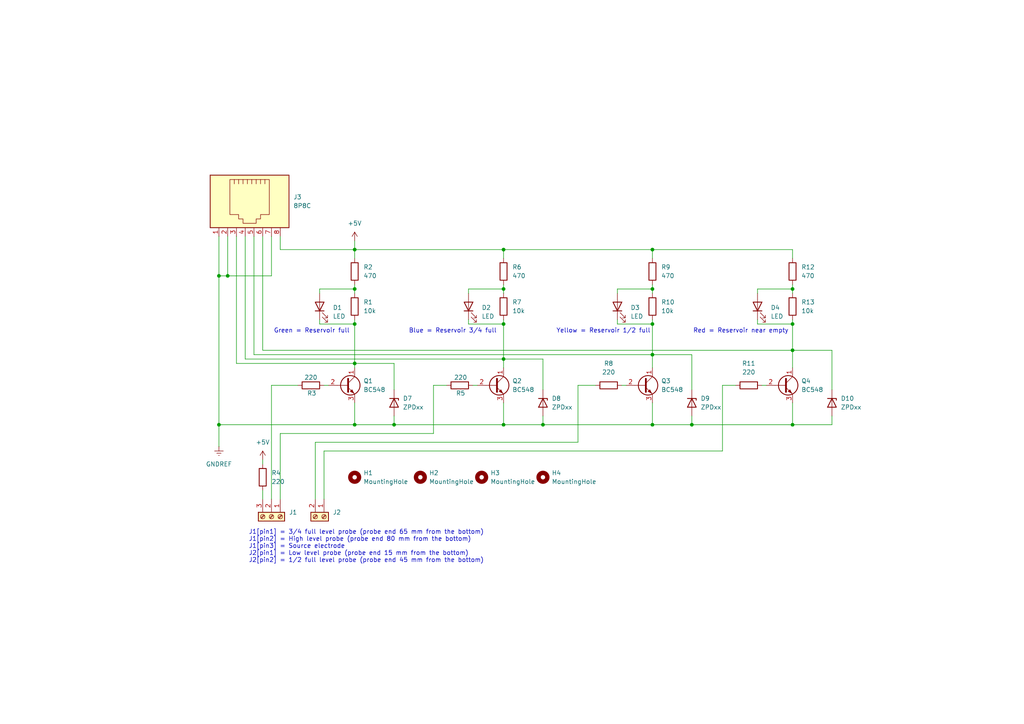
<source format=kicad_sch>
(kicad_sch (version 20250114) (generator "eeschema") (generator_version "9.0")
  (paper "A4")
  (title_block (title "Water Level Indicator with 3.3V interface.") (date "2025-06-13") (rev "1.0"))
  (lib_symbols
    (symbol "Connector:8P8C" (pin_names (offset 1.016))
      (property "Reference" "J" (at -5.08 13.97 0))
      (property "Value" "8P8C" (at 2.54 13.97 0))
      (symbol "8P8C_0_1"
        (polyline (pts (xy -6.35 1.905) (xy -5.08 1.905) (xy -5.08 1.905)))
        (polyline (pts (xy -6.35 0.635) (xy -5.08 0.635) (xy -5.08 0.635)))
        (polyline (pts (xy -6.35 -0.635) (xy -5.08 -0.635) (xy -5.08 -0.635)))
        (polyline (pts (xy -6.35 -1.905) (xy -5.08 -1.905) (xy -5.08 -1.905)))
        (polyline (pts (xy -6.35 -3.175) (xy -5.08 -3.175) (xy -5.08 -3.175)))
        (polyline (pts (xy -6.35 -4.445) (xy -6.35 6.985) (xy 3.81 6.985) (xy 3.81 4.445) (xy 5.08 4.445) (xy 5.08 3.175) (xy 6.35 3.175) (xy 6.35 -0.635) (xy 5.08 -0.635) (xy 5.08 -1.905) (xy 3.81 -1.905) (xy 3.81 -4.445) (xy -6.35 -4.445) (xy -6.35 -4.445)))
        (polyline (pts (xy -5.08 5.715) (xy -6.35 5.715)))
        (polyline (pts (xy -5.08 4.445) (xy -6.35 4.445)))
        (polyline (pts (xy -5.08 3.175) (xy -6.35 3.175) (xy -6.35 3.175)))
        (rectangle (start 7.62 12.7) (end -7.62 -10.16) (stroke (width 0.254)) (fill (type background)))
      )
      (symbol "8P8C_1_1"
        (pin passive line (at 10.16 10.16 180) (length 2.54) (name "~") (number "8"))
        (pin passive line (at 10.16 7.62 180) (length 2.54) (name "~") (number "7"))
        (pin passive line (at 10.16 5.08 180) (length 2.54) (name "~") (number "6"))
        (pin passive line (at 10.16 2.54 180) (length 2.54) (name "~") (number "5"))
        (pin passive line (at 10.16 0 180) (length 2.54) (name "~") (number "4"))
        (pin passive line (at 10.16 -2.54 180) (length 2.54) (name "~") (number "3"))
        (pin passive line (at 10.16 -5.08 180) (length 2.54) (name "~") (number "2"))
        (pin passive line (at 10.16 -7.62 180) (length 2.54) (name "~") (number "1"))
      )
    )
    (symbol "Connector:Screw_Terminal_01x02" (pin_names (offset 1.016) (hide yes))
      (property "Reference" "J" (at 0 2.54 0))
      (property "Value" "Screw_Terminal_01x02" (at 0 -5.08 0))
      (symbol "Screw_Terminal_01x02_1_1"
        (rectangle (start -1.27 1.27) (end 1.27 -3.81) (stroke (width 0.254)) (fill (type background)))
        (polyline (pts (xy -0.5334 0.3302) (xy 0.3302 -0.508)) (stroke (width 0.1524)))
        (polyline (pts (xy -0.5334 -2.2098) (xy 0.3302 -3.048)) (stroke (width 0.1524)))
        (polyline (pts (xy -0.3556 0.508) (xy 0.508 -0.3302)) (stroke (width 0.1524)))
        (polyline (pts (xy -0.3556 -2.032) (xy 0.508 -2.8702)) (stroke (width 0.1524)))
        (circle (center 0 0) (radius 0.635) (stroke (width 0.1524)))
        (circle (center 0 -2.54) (radius 0.635) (stroke (width 0.1524)))
        (pin passive line (at -5.08 0 0) (length 3.81) (name "Pin_1") (number "1"))
        (pin passive line (at -5.08 -2.54 0) (length 3.81) (name "Pin_2") (number "2"))
      )
    )
    (symbol "Connector:Screw_Terminal_01x03" (pin_names (offset 1.016) (hide yes))
      (property "Reference" "J" (at 0 5.08 0))
      (property "Value" "Screw_Terminal_01x03" (at 0 -5.08 0))
      (symbol "Screw_Terminal_01x03_1_1"
        (rectangle (start -1.27 3.81) (end 1.27 -3.81) (stroke (width 0.254)) (fill (type background)))
        (polyline (pts (xy -0.5334 2.8702) (xy 0.3302 2.032)) (stroke (width 0.1524)))
        (polyline (pts (xy -0.5334 0.3302) (xy 0.3302 -0.508)) (stroke (width 0.1524)))
        (polyline (pts (xy -0.5334 -2.2098) (xy 0.3302 -3.048)) (stroke (width 0.1524)))
        (polyline (pts (xy -0.3556 3.048) (xy 0.508 2.2098)) (stroke (width 0.1524)))
        (polyline (pts (xy -0.3556 0.508) (xy 0.508 -0.3302)) (stroke (width 0.1524)))
        (polyline (pts (xy -0.3556 -2.032) (xy 0.508 -2.8702)) (stroke (width 0.1524)))
        (circle (center 0 2.54) (radius 0.635) (stroke (width 0.1524)))
        (circle (center 0 0) (radius 0.635) (stroke (width 0.1524)))
        (circle (center 0 -2.54) (radius 0.635) (stroke (width 0.1524)))
        (pin passive line (at -5.08 2.54 0) (length 3.81) (name "Pin_1") (number "1"))
        (pin passive line (at -5.08 0 0) (length 3.81) (name "Pin_2") (number "2"))
        (pin passive line (at -5.08 -2.54 0) (length 3.81) (name "Pin_3") (number "3"))
      )
    )
    (symbol "Device:LED" (pin_numbers (hide yes)) (pin_names (offset 1.016) (hide yes))
      (property "Reference" "D" (at 0 2.54 0))
      (property "Value" "LED" (at 0 -2.54 0))
      (symbol "LED_0_1"
        (polyline (pts (xy -3.048 -0.762) (xy -4.572 -2.286) (xy -3.81 -2.286) (xy -4.572 -2.286) (xy -4.572 -1.524)))
        (polyline (pts (xy -1.778 -0.762) (xy -3.302 -2.286) (xy -2.54 -2.286) (xy -3.302 -2.286) (xy -3.302 -1.524)))
        (polyline (pts (xy -1.27 0) (xy 1.27 0)))
        (polyline (pts (xy -1.27 -1.27) (xy -1.27 1.27)) (stroke (width 0.254)))
        (polyline (pts (xy 1.27 -1.27) (xy 1.27 1.27) (xy -1.27 0) (xy 1.27 -1.27)) (stroke (width 0.254)))
      )
      (symbol "LED_1_1"
        (pin passive line (at -3.81 0 0) (length 2.54) (name "K") (number "1"))
        (pin passive line (at 3.81 0 180) (length 2.54) (name "A") (number "2"))
      )
    )
    (symbol "Device:R" (pin_numbers (hide yes)) (pin_names (offset 0))
      (property "Reference" "R" (at 2.032 0 90))
      (property "Value" "R" (at 0 0 90))
      (symbol "R_0_1"
        (rectangle (start -1.016 -2.54) (end 1.016 2.54) (stroke (width 0.254)))
      )
      (symbol "R_1_1"
        (pin passive line (at 0 3.81 270) (length 1.27) (name "~") (number "1"))
        (pin passive line (at 0 -3.81 90) (length 1.27) (name "~") (number "2"))
      )
    )
    (symbol "Diode:ZPDxx" (pin_numbers (hide yes)) (pin_names (hide yes))
      (property "Reference" "D" (at 0 2.54 0))
      (property "Value" "ZPDxx" (at 0 -2.54 0))
      (symbol "ZPDxx_0_1"
        (polyline (pts (xy -1.27 -1.27) (xy -1.27 1.27) (xy -0.762 1.27)) (stroke (width 0.254)))
        (polyline (pts (xy 1.27 0) (xy -1.27 0)))
        (polyline (pts (xy 1.27 -1.27) (xy 1.27 1.27) (xy -1.27 0) (xy 1.27 -1.27)) (stroke (width 0.254)))
      )
      (symbol "ZPDxx_1_1"
        (pin passive line (at -3.81 0 0) (length 2.54) (name "K") (number "1"))
        (pin passive line (at 3.81 0 180) (length 2.54) (name "A") (number "2"))
      )
    )
    (symbol "Mechanical:MountingHole" (pin_names (offset 1.016)) (in_bom no)
      (property "Reference" "H" (at 0 5.08 0))
      (property "Value" "MountingHole" (at 0 3.175 0))
      (symbol "MountingHole_0_1"
        (circle (center 0 0) (radius 1.27) (stroke (width 1.27)))
      )
    )
    (symbol "Transistor_BJT:BC548" (pin_names (offset 0) (hide yes))
      (property "Reference" "Q" (at 5.08 1.905 0))
      (property "Value" "BC548" (at 5.08 0 0))
      (symbol "BC548_0_1"
        (polyline (pts (xy -2.54 0) (xy 0.635 0)))
        (polyline (pts (xy 0.635 1.905) (xy 0.635 -1.905)) (stroke (width 0.508)))
        (circle (center 1.27 0) (radius 2.8194) (stroke (width 0.254)))
      )
      (symbol "BC548_1_1"
        (polyline (pts (xy 0.635 0.635) (xy 2.54 2.54)))
        (polyline (pts (xy 0.635 -0.635) (xy 2.54 -2.54)))
        (polyline (pts (xy 1.27 -1.778) (xy 1.778 -1.27) (xy 2.286 -2.286) (xy 1.27 -1.778)) (fill (type outline)))
        (pin input line (at -5.08 0 0) (length 2.54) (name "B") (number "2"))
        (pin passive line (at 2.54 5.08 270) (length 2.54) (name "C") (number "1"))
        (pin passive line (at 2.54 -5.08 90) (length 2.54) (name "E") (number "3"))
      )
    )
    (symbol "power:+5V" (power) (pin_numbers (hide yes)) (pin_names (offset 0) (hide yes))
      (property "Value" "+5V" (at 0 3.556 0))
      (symbol "+5V_0_1"
        (polyline (pts (xy -0.762 1.27) (xy 0 2.54)))
        (polyline (pts (xy 0 2.54) (xy 0.762 1.27)))
        (polyline (pts (xy 0 0) (xy 0 2.54)))
      )
      (symbol "+5V_1_1"
        (pin power_in line (at 0 0 90) (length 0) (name "~") (number "1"))
      )
    )
    (symbol "power:GNDREF" (power) (pin_numbers (hide yes)) (pin_names (offset 0) (hide yes))
      (property "Value" "GNDREF" (at 0 -3.81 0))
      (symbol "GNDREF_0_1"
        (polyline (pts (xy -0.635 -1.905) (xy 0.635 -1.905)))
        (polyline (pts (xy -0.127 -2.54) (xy 0.127 -2.54)))
        (polyline (pts (xy 0 -1.27) (xy 0 0)))
        (polyline (pts (xy 1.27 -1.27) (xy -1.27 -1.27)))
      )
      (symbol "GNDREF_1_1"
        (pin power_in line (at 0 0 270) (length 0) (name "~") (number "1"))
      )
    )
  )
  (text "Blue = Reservoir 3/4 full" (at 131.318 96.012 0) (effects (font (size 1.27 1.27))))
  (text "Green = Reservoir full" (at 90.424 96.012 0) (effects (font (size 1.27 1.27))))
  (text "Yellow = Reservoir 1/2 full" (at 175.006 96.012 0) (effects (font (size 1.27 1.27))))
  (text "J1[pin1] = 3/4 full level probe (probe end 65 mm from the bottom)\nJ1[pin2] = High level probe (probe end 80 mm from the bottom)\nJ1[pin3] = Source electrode\nJ2[pin1] = Low level probe (probe end 15 mm from the bottom) \nJ2[pin2] = 1/2 full level probe (probe end 45 mm from the bottom)" (at 72.136 158.496 0) (effects (font (size 1.27 1.27)) (justify left)))
  (text "Red = Reservoir near empty" (at 214.884 96.012 0) (effects (font (size 1.27 1.27))))
  (junction (at 63.5 123.19))
  (junction (at 189.23 83.82))
  (junction (at 146.05 83.82))
  (junction (at 102.87 105.41))
  (junction (at 229.87 83.82))
  (junction (at 146.05 104.14))
  (junction (at 189.23 102.87))
  (junction (at 102.87 93.98))
  (junction (at 66.04 80.01))
  (junction (at 189.23 72.39))
  (junction (at 102.87 83.82))
  (junction (at 189.23 93.98))
  (junction (at 146.05 123.19))
  (junction (at 157.48 123.19))
  (junction (at 229.87 93.98))
  (junction (at 229.87 123.19))
  (junction (at 102.87 72.39))
  (junction (at 114.3 123.19))
  (junction (at 146.05 93.98))
  (junction (at 229.87 101.6))
  (junction (at 189.23 123.19))
  (junction (at 63.5 80.01))
  (junction (at 102.87 123.19))
  (junction (at 200.66 123.19))
  (junction (at 146.05 72.39))
  (wire (pts (xy 200.66 123.19) (xy 229.87 123.19)))
  (wire (pts (xy 209.55 111.76) (xy 209.55 130.81)))
  (wire (pts (xy 66.04 68.58) (xy 66.04 80.01)))
  (wire (pts (xy 219.71 83.82) (xy 229.87 83.82)))
  (wire (pts (xy 76.2 144.78) (xy 76.2 142.24)))
  (wire (pts (xy 114.3 123.19) (xy 146.05 123.19)))
  (wire (pts (xy 229.87 83.82) (xy 229.87 85.09)))
  (wire (pts (xy 179.07 93.98) (xy 189.23 93.98)))
  (wire (pts (xy 135.89 83.82) (xy 135.89 85.09)))
  (wire (pts (xy 229.87 74.93) (xy 229.87 72.39)))
  (wire (pts (xy 229.87 72.39) (xy 189.23 72.39)))
  (wire (pts (xy 179.07 92.71) (xy 179.07 93.98)))
  (wire (pts (xy 102.87 105.41) (xy 102.87 106.68)))
  (wire (pts (xy 146.05 116.84) (xy 146.05 123.19)))
  (wire (pts (xy 125.73 111.76) (xy 125.73 125.73)))
  (wire (pts (xy 78.74 68.58) (xy 78.74 80.01)))
  (wire (pts (xy 241.3 120.65) (xy 241.3 123.19)))
  (wire (pts (xy 91.44 128.27) (xy 91.44 144.78)))
  (wire (pts (xy 63.5 123.19) (xy 63.5 129.54)))
  (wire (pts (xy 66.04 80.01) (xy 63.5 80.01)))
  (wire (pts (xy 200.66 113.03) (xy 200.66 102.87)))
  (wire (pts (xy 219.71 85.09) (xy 219.71 83.82)))
  (wire (pts (xy 81.28 125.73) (xy 81.28 144.78)))
  (wire (pts (xy 63.5 123.19) (xy 102.87 123.19)))
  (wire (pts (xy 78.74 144.78) (xy 78.74 111.76)))
  (wire (pts (xy 229.87 116.84) (xy 229.87 123.19)))
  (wire (pts (xy 146.05 92.71) (xy 146.05 93.98)))
  (wire (pts (xy 213.36 111.76) (xy 209.55 111.76)))
  (wire (pts (xy 241.3 123.19) (xy 229.87 123.19)))
  (wire (pts (xy 92.71 83.82) (xy 102.87 83.82)))
  (wire (pts (xy 229.87 101.6) (xy 229.87 106.68)))
  (wire (pts (xy 93.98 130.81) (xy 93.98 144.78)))
  (wire (pts (xy 114.3 113.03) (xy 114.3 105.41)))
  (wire (pts (xy 146.05 93.98) (xy 146.05 104.14)))
  (wire (pts (xy 102.87 123.19) (xy 114.3 123.19)))
  (wire (pts (xy 189.23 116.84) (xy 189.23 123.19)))
  (wire (pts (xy 68.58 105.41) (xy 102.87 105.41)))
  (wire (pts (xy 219.71 92.71) (xy 219.71 93.98)))
  (wire (pts (xy 189.23 82.55) (xy 189.23 83.82)))
  (wire (pts (xy 137.16 111.76) (xy 138.43 111.76)))
  (wire (pts (xy 167.64 128.27) (xy 91.44 128.27)))
  (wire (pts (xy 63.5 80.01) (xy 63.5 123.19)))
  (wire (pts (xy 179.07 83.82) (xy 179.07 85.09)))
  (wire (pts (xy 179.07 83.82) (xy 189.23 83.82)))
  (wire (pts (xy 180.34 111.76) (xy 181.61 111.76)))
  (wire (pts (xy 229.87 82.55) (xy 229.87 83.82)))
  (wire (pts (xy 102.87 92.71) (xy 102.87 93.98)))
  (wire (pts (xy 102.87 83.82) (xy 102.87 85.09)))
  (wire (pts (xy 189.23 93.98) (xy 189.23 102.87)))
  (wire (pts (xy 146.05 82.55) (xy 146.05 83.82)))
  (wire (pts (xy 241.3 101.6) (xy 229.87 101.6)))
  (wire (pts (xy 76.2 101.6) (xy 229.87 101.6)))
  (wire (pts (xy 114.3 120.65) (xy 114.3 123.19)))
  (wire (pts (xy 189.23 123.19) (xy 200.66 123.19)))
  (wire (pts (xy 157.48 123.19) (xy 189.23 123.19)))
  (wire (pts (xy 229.87 93.98) (xy 229.87 101.6)))
  (wire (pts (xy 229.87 92.71) (xy 229.87 93.98)))
  (wire (pts (xy 81.28 72.39) (xy 102.87 72.39)))
  (wire (pts (xy 219.71 93.98) (xy 229.87 93.98)))
  (wire (pts (xy 114.3 105.41) (xy 102.87 105.41)))
  (wire (pts (xy 71.12 68.58) (xy 71.12 104.14)))
  (wire (pts (xy 125.73 111.76) (xy 129.54 111.76)))
  (wire (pts (xy 146.05 123.19) (xy 157.48 123.19)))
  (wire (pts (xy 102.87 69.85) (xy 102.87 72.39)))
  (wire (pts (xy 146.05 83.82) (xy 146.05 85.09)))
  (wire (pts (xy 167.64 111.76) (xy 167.64 128.27)))
  (wire (pts (xy 241.3 113.03) (xy 241.3 101.6)))
  (wire (pts (xy 135.89 92.71) (xy 135.89 93.98)))
  (wire (pts (xy 146.05 74.93) (xy 146.05 72.39)))
  (wire (pts (xy 200.66 102.87) (xy 189.23 102.87)))
  (wire (pts (xy 102.87 72.39) (xy 102.87 74.93)))
  (wire (pts (xy 157.48 104.14) (xy 146.05 104.14)))
  (wire (pts (xy 63.5 68.58) (xy 63.5 80.01)))
  (wire (pts (xy 73.66 102.87) (xy 189.23 102.87)))
  (wire (pts (xy 189.23 72.39) (xy 146.05 72.39)))
  (wire (pts (xy 189.23 83.82) (xy 189.23 85.09)))
  (wire (pts (xy 135.89 93.98) (xy 146.05 93.98)))
  (wire (pts (xy 167.64 111.76) (xy 172.72 111.76)))
  (wire (pts (xy 92.71 92.71) (xy 92.71 93.98)))
  (wire (pts (xy 135.89 83.82) (xy 146.05 83.82)))
  (wire (pts (xy 157.48 113.03) (xy 157.48 104.14)))
  (wire (pts (xy 93.98 111.76) (xy 95.25 111.76)))
  (wire (pts (xy 76.2 68.58) (xy 76.2 101.6)))
  (wire (pts (xy 146.05 72.39) (xy 102.87 72.39)))
  (wire (pts (xy 220.98 111.76) (xy 222.25 111.76)))
  (wire (pts (xy 157.48 120.65) (xy 157.48 123.19)))
  (wire (pts (xy 189.23 92.71) (xy 189.23 93.98)))
  (wire (pts (xy 146.05 104.14) (xy 146.05 106.68)))
  (wire (pts (xy 71.12 104.14) (xy 146.05 104.14)))
  (wire (pts (xy 102.87 93.98) (xy 102.87 105.41)))
  (wire (pts (xy 189.23 74.93) (xy 189.23 72.39)))
  (wire (pts (xy 125.73 125.73) (xy 81.28 125.73)))
  (wire (pts (xy 189.23 102.87) (xy 189.23 106.68)))
  (wire (pts (xy 81.28 68.58) (xy 81.28 72.39)))
  (wire (pts (xy 102.87 116.84) (xy 102.87 123.19)))
  (wire (pts (xy 76.2 133.35) (xy 76.2 134.62)))
  (wire (pts (xy 92.71 93.98) (xy 102.87 93.98)))
  (wire (pts (xy 209.55 130.81) (xy 93.98 130.81)))
  (wire (pts (xy 78.74 80.01) (xy 66.04 80.01)))
  (wire (pts (xy 92.71 83.82) (xy 92.71 85.09)))
  (wire (pts (xy 78.74 111.76) (xy 86.36 111.76)))
  (wire (pts (xy 73.66 68.58) (xy 73.66 102.87)))
  (wire (pts (xy 200.66 120.65) (xy 200.66 123.19)))
  (wire (pts (xy 102.87 82.55) (xy 102.87 83.82)))
  (wire (pts (xy 68.58 68.58) (xy 68.58 105.41)))
  (symbol (lib_id "Diode:ZPDxx") (at 157.48 116.84 270) (unit 1)
    (property "Reference" "D8" (at 160.02 115.5699 90) (effects (justify left)))
    (property "Value" "ZPDxx" (at 160.02 118.1099 90) (effects (justify left)))
    (property "Footprint" "Diode_THT:D_DO-35_SOD27_P10.16mm_Horizontal" (effects (hide yes)))
    (property "Datasheet" "http://diotec.com/tl_files/diotec/files/pdf/datasheets/zpd1" (effects (hide yes)))
    (property "Description" "500mW Zener Diode, DO-35" (effects (hide yes)))
  )
  (symbol (lib_id "Diode:ZPDxx") (at 241.3 116.84 270) (unit 1)
    (property "Reference" "D10" (at 243.84 115.5699 90) (effects (justify left)))
    (property "Value" "ZPDxx" (at 243.84 118.1099 90) (effects (justify left)))
    (property "Footprint" "Diode_THT:D_DO-35_SOD27_P10.16mm_Horizontal" (effects (hide yes)))
    (property "Datasheet" "http://diotec.com/tl_files/diotec/files/pdf/datasheets/zpd1" (effects (hide yes)))
    (property "Description" "500mW Zener Diode, DO-35" (effects (hide yes)))
  )
  (symbol (lib_id "Device:R") (at 189.23 78.74 0) (unit 1)
    (property "Reference" "R9" (at 191.77 77.4699 0) (effects (justify left)))
    (property "Value" "470" (at 191.77 80.0099 0) (effects (justify left)))
    (property "Footprint" "Resistor_THT:R_Axial_DIN0207_L6.3mm_D2.5mm_P10.16mm_Horizontal" (effects (hide yes)))
    (property "Description" "Resistor" (effects (hide yes)))
  )
  (symbol (lib_id "Mechanical:MountingHole") (at 121.92 138.43 0) (unit 1) (in_bom no)
    (property "Reference" "H2" (at 124.46 137.1599 0) (effects (justify left)))
    (property "Value" "MountingHole" (at 124.46 139.6999 0) (effects (justify left)))
    (property "Footprint" "MountingHole:MountingHole_3.2mm_M3" (effects (hide yes)))
    (property "Description" "Mounting Hole without connection" (effects (hide yes)))
  )
  (symbol (lib_id "Device:R") (at 146.05 78.74 0) (unit 1)
    (property "Reference" "R6" (at 148.59 77.4699 0) (effects (justify left)))
    (property "Value" "470" (at 148.59 80.0099 0) (effects (justify left)))
    (property "Footprint" "Resistor_THT:R_Axial_DIN0207_L6.3mm_D2.5mm_P10.16mm_Horizontal" (effects (hide yes)))
    (property "Description" "Resistor" (effects (hide yes)))
  )
  (symbol (lib_id "Device:R") (at 76.2 138.43 180) (unit 1)
    (property "Reference" "R4" (at 78.74 137.1599 0) (effects (justify right)))
    (property "Value" "220" (at 78.74 139.6999 0) (effects (justify right)))
    (property "Footprint" "Resistor_THT:R_Axial_DIN0207_L6.3mm_D2.5mm_P10.16mm_Horizontal" (effects (hide yes)))
    (property "Description" "Resistor" (effects (hide yes)))
  )
  (symbol (lib_id "power:+5V") (at 102.87 69.85 0) (unit 1)
    (property "Reference" "#PWR02" (effects (hide yes)))
    (property "Value" "+5V" (at 102.87 64.77 0))
    (property "Description" "Power symbol creates a global label with name \"+5V\"" (effects (hide yes)))
  )
  (symbol (lib_id "Device:R") (at 133.35 111.76 90) (unit 1)
    (property "Reference" "R5" (at 133.604 114.046 90))
    (property "Value" "220" (at 133.604 109.474 90))
    (property "Footprint" "Resistor_THT:R_Axial_DIN0207_L6.3mm_D2.5mm_P10.16mm_Horizontal" (effects (hide yes)))
    (property "Description" "Resistor" (effects (hide yes)))
  )
  (symbol (lib_id "Transistor_BJT:BC548") (at 186.69 111.76 0) (unit 1)
    (property "Reference" "Q3" (at 191.77 110.4899 0) (effects (justify left)))
    (property "Value" "BC548" (at 191.77 113.0299 0) (effects (justify left)))
    (property "Footprint" "Package_TO_SOT_THT:TO-92L_HandSolder" (effects (hide yes)))
    (property "Datasheet" "https://www.onsemi.com/pub/Collateral/BC550-D.pdf" (effects (hide yes)))
    (property "Description" "0.1A Ic, 30V Vce, Small Signal NPN Transistor, TO-92" (effects (hide yes)))
  )
  (symbol (lib_id "Transistor_BJT:BC548") (at 143.51 111.76 0) (unit 1)
    (property "Reference" "Q2" (at 148.59 110.4899 0) (effects (justify left)))
    (property "Value" "BC548" (at 148.59 113.0299 0) (effects (justify left)))
    (property "Footprint" "Package_TO_SOT_THT:TO-92L_HandSolder" (effects (hide yes)))
    (property "Datasheet" "https://www.onsemi.com/pub/Collateral/BC550-D.pdf" (effects (hide yes)))
    (property "Description" "0.1A Ic, 30V Vce, Small Signal NPN Transistor, TO-92" (effects (hide yes)))
  )
  (symbol (lib_id "Device:R") (at 189.23 88.9 0) (unit 1)
    (property "Reference" "R10" (at 191.77 87.6299 0) (effects (justify left)))
    (property "Value" "10k" (at 191.77 90.1699 0) (effects (justify left)))
    (property "Footprint" "Resistor_THT:R_Axial_DIN0207_L6.3mm_D2.5mm_P10.16mm_Horizontal" (effects (hide yes)))
    (property "Description" "Resistor" (effects (hide yes)))
  )
  (symbol (lib_id "Connector:Screw_Terminal_01x02") (at 93.98 149.86 270) (unit 1)
    (property "Reference" "J2" (at 96.52 148.5899 90) (effects (justify left)))
    (property "Value" "Screw_Terminal_01x02" (effects (hide yes)))
    (property "Footprint" "TerminalBlock_Phoenix:TerminalBlock_Phoenix_MKDS-1,5-2-5.08_1x02_P5.08mm_Horizontal" (effects (hide yes)))
    (property "Description" "Generic screw terminal, single row, 01x02, script generated (kicad-library-utils/schlib/autogen/connector/)" (effects (hide yes)))
  )
  (symbol (lib_id "Device:R") (at 229.87 88.9 0) (unit 1)
    (property "Reference" "R13" (at 232.41 87.6299 0) (effects (justify left)))
    (property "Value" "10k" (at 232.41 90.1699 0) (effects (justify left)))
    (property "Footprint" "Resistor_THT:R_Axial_DIN0207_L6.3mm_D2.5mm_P10.16mm_Horizontal" (effects (hide yes)))
    (property "Description" "Resistor" (effects (hide yes)))
  )
  (symbol (lib_id "Device:LED") (at 179.07 88.9 90) (unit 1)
    (property "Reference" "D3" (at 182.88 89.2174 90) (effects (justify right)))
    (property "Value" "LED" (at 182.88 91.7574 90) (effects (justify right)))
    (property "Footprint" "LED_THT:LED_D5.0mm" (effects (hide yes)))
    (property "Description" "Light emitting diode" (effects (hide yes)))
    (property "Sim.Pins" "1=K 2=A" (effects (hide yes)))
  )
  (symbol (lib_id "Device:R") (at 102.87 78.74 0) (unit 1)
    (property "Reference" "R2" (at 105.41 77.4699 0) (effects (justify left)))
    (property "Value" "470" (at 105.41 80.0099 0) (effects (justify left)))
    (property "Footprint" "Resistor_THT:R_Axial_DIN0207_L6.3mm_D2.5mm_P10.16mm_Horizontal" (effects (hide yes)))
    (property "Description" "Resistor" (effects (hide yes)))
  )
  (symbol (lib_id "Mechanical:MountingHole") (at 139.7 138.43 0) (unit 1) (in_bom no)
    (property "Reference" "H3" (at 142.24 137.1599 0) (effects (justify left)))
    (property "Value" "MountingHole" (at 142.24 139.6999 0) (effects (justify left)))
    (property "Footprint" "MountingHole:MountingHole_3.2mm_M3" (effects (hide yes)))
    (property "Description" "Mounting Hole without connection" (effects (hide yes)))
  )
  (symbol (lib_id "Device:R") (at 229.87 78.74 0) (unit 1)
    (property "Reference" "R12" (at 232.41 77.4699 0) (effects (justify left)))
    (property "Value" "470" (at 232.41 80.0099 0) (effects (justify left)))
    (property "Footprint" "Resistor_THT:R_Axial_DIN0207_L6.3mm_D2.5mm_P10.16mm_Horizontal" (effects (hide yes)))
    (property "Description" "Resistor" (effects (hide yes)))
  )
  (symbol (lib_id "power:GNDREF") (at 63.5 129.54 0) (unit 1)
    (property "Reference" "#PWR012" (effects (hide yes)))
    (property "Value" "GNDREF" (at 63.5 134.62 0))
    (property "Description" "Power symbol creates a global label with name \"GNDREF\" , reference supply ground" (effects (hide yes)))
  )
  (symbol (lib_id "Connector:8P8C") (at 71.12 58.42 270) (unit 1)
    (property "Reference" "J3" (at 85.09 57.1499 90) (effects (justify left)))
    (property "Value" "8P8C" (at 85.09 59.6899 90) (effects (justify left)))
    (property "Footprint" "Connector_RJ:RJ45_Amphenol_54602-x08_Horizontal" (effects (hide yes)))
    (property "Description" "RJ connector, 8P8C (8 positions 8 connected), RJ31/RJ32/RJ33/RJ34/RJ35/RJ41/RJ45/RJ49/RJ61" (effects (hide yes)))
  )
  (symbol (lib_id "Mechanical:MountingHole") (at 102.87 138.43 0) (unit 1) (in_bom no)
    (property "Reference" "H1" (at 105.41 137.1599 0) (effects (justify left)))
    (property "Value" "MountingHole" (at 105.41 139.6999 0) (effects (justify left)))
    (property "Footprint" "MountingHole:MountingHole_3.2mm_M3" (effects (hide yes)))
    (property "Description" "Mounting Hole without connection" (effects (hide yes)))
  )
  (symbol (lib_id "Device:R") (at 90.17 111.76 90) (unit 1)
    (property "Reference" "R3" (at 90.424 114.046 90))
    (property "Value" "220" (at 90.17 109.474 90))
    (property "Footprint" "Resistor_THT:R_Axial_DIN0207_L6.3mm_D2.5mm_P10.16mm_Horizontal" (effects (hide yes)))
    (property "Description" "Resistor" (effects (hide yes)))
  )
  (symbol (lib_id "Connector:Screw_Terminal_01x03") (at 78.74 149.86 270) (unit 1)
    (property "Reference" "J1" (at 83.82 148.5899 90) (effects (justify left)))
    (property "Value" "Screw_Terminal_01x03" (effects (hide yes)))
    (property "Footprint" "TerminalBlock_Phoenix:TerminalBlock_Phoenix_MKDS-1,5-3_1x03_P5.00mm_Horizontal" (effects (hide yes)))
    (property "Description" "Generic screw terminal, single row, 01x03, script generated (kicad-library-utils/schlib/autogen/connector/)" (effects (hide yes)))
  )
  (symbol (lib_id "Diode:ZPDxx") (at 114.3 116.84 270) (unit 1)
    (property "Reference" "D7" (at 116.84 115.5699 90) (effects (justify left)))
    (property "Value" "ZPDxx" (at 116.84 118.1099 90) (effects (justify left)))
    (property "Footprint" "Diode_THT:D_DO-35_SOD27_P10.16mm_Horizontal" (effects (hide yes)))
    (property "Datasheet" "http://diotec.com/tl_files/diotec/files/pdf/datasheets/zpd1" (effects (hide yes)))
    (property "Description" "500mW Zener Diode, DO-35" (effects (hide yes)))
  )
  (symbol (lib_id "Transistor_BJT:BC548") (at 227.33 111.76 0) (unit 1)
    (property "Reference" "Q4" (at 232.41 110.4899 0) (effects (justify left)))
    (property "Value" "BC548" (at 232.41 113.0299 0) (effects (justify left)))
    (property "Footprint" "Package_TO_SOT_THT:TO-92L_HandSolder" (effects (hide yes)))
    (property "Datasheet" "https://www.onsemi.com/pub/Collateral/BC550-D.pdf" (effects (hide yes)))
    (property "Description" "0.1A Ic, 30V Vce, Small Signal NPN Transistor, TO-92" (effects (hide yes)))
  )
  (symbol (lib_id "Device:R") (at 146.05 88.9 0) (unit 1)
    (property "Reference" "R7" (at 148.59 87.6299 0) (effects (justify left)))
    (property "Value" "10k" (at 148.59 90.1699 0) (effects (justify left)))
    (property "Footprint" "Resistor_THT:R_Axial_DIN0207_L6.3mm_D2.5mm_P10.16mm_Horizontal" (effects (hide yes)))
    (property "Description" "Resistor" (effects (hide yes)))
  )
  (symbol (lib_id "Device:LED") (at 92.71 88.9 90) (unit 1)
    (property "Reference" "D1" (at 96.52 89.2174 90) (effects (justify right)))
    (property "Value" "LED" (at 96.52 91.7574 90) (effects (justify right)))
    (property "Footprint" "LED_THT:LED_D5.0mm" (effects (hide yes)))
    (property "Description" "Light emitting diode" (effects (hide yes)))
    (property "Sim.Pins" "1=K 2=A" (effects (hide yes)))
  )
  (symbol (lib_id "Transistor_BJT:BC548") (at 100.33 111.76 0) (unit 1)
    (property "Reference" "Q1" (at 105.41 110.4899 0) (effects (justify left)))
    (property "Value" "BC548" (at 105.41 113.0299 0) (effects (justify left)))
    (property "Footprint" "Package_TO_SOT_THT:TO-92L_HandSolder" (effects (hide yes)))
    (property "Datasheet" "https://www.onsemi.com/pub/Collateral/BC550-D.pdf" (effects (hide yes)))
    (property "Description" "0.1A Ic, 30V Vce, Small Signal NPN Transistor, TO-92" (effects (hide yes)))
  )
  (symbol (lib_id "Diode:ZPDxx") (at 200.66 116.84 270) (unit 1)
    (property "Reference" "D9" (at 203.2 115.5699 90) (effects (justify left)))
    (property "Value" "ZPDxx" (at 203.2 118.1099 90) (effects (justify left)))
    (property "Footprint" "Diode_THT:D_DO-35_SOD27_P10.16mm_Horizontal" (effects (hide yes)))
    (property "Datasheet" "http://diotec.com/tl_files/diotec/files/pdf/datasheets/zpd1" (effects (hide yes)))
    (property "Description" "500mW Zener Diode, DO-35" (effects (hide yes)))
  )
  (symbol (lib_id "power:+5V") (at 76.2 133.35 0) (unit 1)
    (property "Reference" "#PWR03" (effects (hide yes)))
    (property "Value" "+5V" (at 76.2 128.27 0))
    (property "Description" "Power symbol creates a global label with name \"+5V\"" (effects (hide yes)))
  )
  (symbol (lib_id "Mechanical:MountingHole") (at 157.48 138.43 0) (unit 1) (in_bom no)
    (property "Reference" "H4" (at 160.02 137.1599 0) (effects (justify left)))
    (property "Value" "MountingHole" (at 160.02 139.6999 0) (effects (justify left)))
    (property "Footprint" "MountingHole:MountingHole_3.2mm_M3" (effects (hide yes)))
    (property "Description" "Mounting Hole without connection" (effects (hide yes)))
  )
  (symbol (lib_id "Device:R") (at 217.17 111.76 90) (unit 1)
    (property "Reference" "R11" (at 217.17 105.41 90))
    (property "Value" "220" (at 217.17 107.95 90))
    (property "Footprint" "Resistor_THT:R_Axial_DIN0207_L6.3mm_D2.5mm_P10.16mm_Horizontal" (effects (hide yes)))
    (property "Description" "Resistor" (effects (hide yes)))
  )
  (symbol (lib_id "Device:LED") (at 219.71 88.9 90) (unit 1)
    (property "Reference" "D4" (at 223.52 89.2174 90) (effects (justify right)))
    (property "Value" "LED" (at 223.52 91.7574 90) (effects (justify right)))
    (property "Footprint" "LED_THT:LED_D5.0mm" (effects (hide yes)))
    (property "Description" "Light emitting diode" (effects (hide yes)))
    (property "Sim.Pins" "1=K 2=A" (effects (hide yes)))
  )
  (symbol (lib_id "Device:R") (at 102.87 88.9 0) (unit 1)
    (property "Reference" "R1" (at 105.41 87.6299 0) (effects (justify left)))
    (property "Value" "10k" (at 105.41 90.1699 0) (effects (justify left)))
    (property "Footprint" "Resistor_THT:R_Axial_DIN0207_L6.3mm_D2.5mm_P10.16mm_Horizontal" (effects (hide yes)))
    (property "Description" "Resistor" (effects (hide yes)))
  )
  (symbol (lib_id "Device:R") (at 176.53 111.76 90) (unit 1)
    (property "Reference" "R8" (at 176.53 105.41 90))
    (property "Value" "220" (at 176.53 107.95 90))
    (property "Footprint" "Resistor_THT:R_Axial_DIN0207_L6.3mm_D2.5mm_P10.16mm_Horizontal" (effects (hide yes)))
    (property "Description" "Resistor" (effects (hide yes)))
  )
  (symbol (lib_id "Device:LED") (at 135.89 88.9 90) (unit 1)
    (property "Reference" "D2" (at 139.7 89.2174 90) (effects (justify right)))
    (property "Value" "LED" (at 139.7 91.7574 90) (effects (justify right)))
    (property "Footprint" "LED_THT:LED_D5.0mm" (effects (hide yes)))
    (property "Description" "Light emitting diode" (effects (hide yes)))
    (property "Sim.Pins" "1=K 2=A" (effects (hide yes)))
  )
)
</source>
